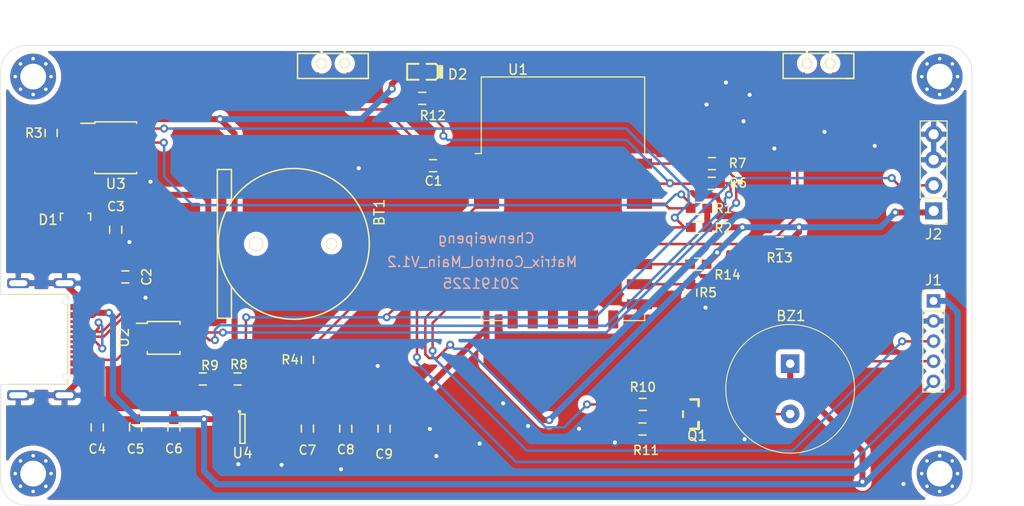
<source format=kicad_pcb>
(kicad_pcb (version 20171130) (host pcbnew "(5.1.4)-1")
  (layers (0 F.Cu signal) (31 B.Cu signal) (34 B.Paste user) (35 F.Paste user) (36 B.SilkS user) (37 F.SilkS user) (38 B.Mask user) (39 F.Mask user) (44 Edge.Cuts user))
  (net 0 "")
  (net 1 GND)
  (net 2 "Net-(BT1-Pad1)")
  (net 3 "Net-(C1-Pad1)")
  (net 4 "Net-(C2-Pad1)")
  (net 5 "Net-(C3-Pad2)")
  (net 6 +5V)
  (net 7 +3V3)
  (net 8 /DIN)
  (net 9 /CS)
  (net 10 /CLK)
  (net 11 /T_DAT)
  (net 12 "Net-(P1-PadA6)")
  (net 13 "Net-(P1-PadA5)")
  (net 14 "Net-(P1-PadB5)")
  (net 15 "Net-(P1-PadA7)")
  (net 16 /SDA)
  (net 17 "Net-(R4-Pad2)")
  (net 18 /TXD)
  (net 19 "Net-(R6-Pad1)")
  (net 20 "Net-(R7-Pad1)")
  (net 21 /RXD)
  (net 22 "Net-(R9-Pad2)")
  (net 23 "Net-(U1-Pad2)")
  (net 24 "Net-(U1-Pad9)")
  (net 25 "Net-(U1-Pad10)")
  (net 26 "Net-(U1-Pad11)")
  (net 27 "Net-(U1-Pad12)")
  (net 28 "Net-(U1-Pad13)")
  (net 29 "Net-(U1-Pad14)")
  (net 30 "Net-(U2-Pad4)")
  (net 31 "Net-(U2-Pad5)")
  (net 32 "Net-(U2-Pad6)")
  (net 33 "Net-(U3-Pad1)")
  (net 34 "Net-(U3-Pad3)")
  (net 35 "Net-(U3-Pad4)")
  (net 36 /SCL)
  (net 37 "Net-(U4-Pad4)")
  (net 38 "Net-(BZ1-Pad2)")
  (net 39 "Net-(D2-PadK)")
  (net 40 "Net-(Q1-Pad1)")
  (net 41 /BEEP_IN)
  (net 42 "Net-(R13-Pad2)")
  (net 43 "Net-(R14-Pad2)")
  (module matrix_control_main:SOP-8 (layer F.Cu) (at 92.71 88.9)
    (fp_text reference U3 (at 0 3.6) (layer F.SilkS))
    (fp_text value DS3231)
    (pad 1 smd rect (at -2.7 -1.905) (size 1.55 0.6) (layers F.Cu F.Paste F.Mask) (net 33 "Net-(U3-Pad1)"))
    (pad 2 smd rect (at -2.7 -0.635) (size 1.55 0.6) (layers F.Cu F.Paste F.Mask) (net 7 +3V3))
    (pad 3 smd rect (at -2.7 0.635) (size 1.55 0.6) (layers F.Cu F.Paste F.Mask) (net 34 "Net-(U3-Pad3)"))
    (pad 4 smd rect (at -2.7 1.905) (size 1.55 0.6) (layers F.Cu F.Paste F.Mask) (net 35 "Net-(U3-Pad4)"))
    (pad 5 smd rect (at 2.7 1.905) (size 1.55 0.6) (layers F.Cu F.Paste F.Mask) (net 1 GND))
    (pad 6 smd rect (at 2.7 0.635) (size 1.55 0.6) (layers F.Cu F.Paste F.Mask) (net 5 "Net-(C3-Pad2)"))
    (pad 7 smd rect (at 2.7 -0.635) (size 1.55 0.6) (layers F.Cu F.Paste F.Mask) (net 16 /SDA))
    (pad 8 smd rect (at 2.7 -1.905) (size 1.55 0.6) (layers F.Cu F.Paste F.Mask) (net 36 /SCL))
  )
  (module NewLibCool:CON1 (layer F.Cu) (at 87.04832 103.25814 90)
    (fp_text reference P666 hide)
    (fp_text value CON_1 hide)
    (pad 1 thru_hole circle (at -0.93 0.65 90) (size 0.62 0.62) (drill 0.6) (layers *.Cu *.Mask F.SilkS))
  )
  (module NewLibCool:CON1 (layer F.Cu) (at 87.04832 110.76814 90)
    (fp_text reference P666 hide)
    (fp_text value CON_1 hide)
    (pad 1 thru_hole circle (at -0.93 0.65 90) (size 0.62 0.62) (drill 0.6) (layers *.Cu *.Mask F.SilkS))
  )
  (module NewLibCool:O_2.5mm (layer F.Cu) (at 84.5 121.32)
    (fp_text reference REF** hide)
    (fp_text value O_2.5mm)
    (pad 1 thru_hole circle (at -1.26 -1.26) (size 0.6 0.6) (drill 0.35) (layers *.Cu *.Mask))
    (pad 1 thru_hole circle (at 0 -1.78) (size 0.6 0.6) (drill 0.35) (layers *.Cu *.Mask))
    (pad 1 thru_hole circle (at -1.26 1.26) (size 0.6 0.6) (drill 0.35) (layers *.Cu *.Mask))
    (pad 1 thru_hole circle (at -1.78 0) (size 0.6 0.6) (drill 0.35) (layers *.Cu *.Mask))
    (pad 1 thru_hole circle (at 0 1.78) (size 0.6 0.6) (drill 0.35) (layers *.Cu *.Mask))
    (pad 1 thru_hole circle (at 1.26 1.26) (size 0.6 0.6) (drill 0.35) (layers *.Cu *.Mask))
    (pad 1 thru_hole circle (at 0 0) (size 4.56 4.56) (drill 2.56) (layers *.Cu *.Mask))
    (pad 1 thru_hole circle (at 1.78 0) (size 0.6 0.6) (drill 0.35) (layers *.Cu *.Mask))
    (pad 1 thru_hole circle (at 1.26 -1.26) (size 0.6 0.6) (drill 0.35) (layers *.Cu *.Mask))
  )
  (module NewLibCool:O_2.5mm (layer F.Cu) (at 174.6 121.32)
    (fp_text reference REF** hide)
    (fp_text value O_2.5mm)
    (pad 1 thru_hole circle (at -1.26 -1.26) (size 0.6 0.6) (drill 0.35) (layers *.Cu *.Mask))
    (pad 1 thru_hole circle (at 0 -1.78) (size 0.6 0.6) (drill 0.35) (layers *.Cu *.Mask))
    (pad 1 thru_hole circle (at -1.26 1.26) (size 0.6 0.6) (drill 0.35) (layers *.Cu *.Mask))
    (pad 1 thru_hole circle (at -1.78 0) (size 0.6 0.6) (drill 0.35) (layers *.Cu *.Mask))
    (pad 1 thru_hole circle (at 0 1.78) (size 0.6 0.6) (drill 0.35) (layers *.Cu *.Mask))
    (pad 1 thru_hole circle (at 1.26 1.26) (size 0.6 0.6) (drill 0.35) (layers *.Cu *.Mask))
    (pad 1 thru_hole circle (at 0 0) (size 4.56 4.56) (drill 2.56) (layers *.Cu *.Mask))
    (pad 1 thru_hole circle (at 1.78 0) (size 0.6 0.6) (drill 0.35) (layers *.Cu *.Mask))
    (pad 1 thru_hole circle (at 1.26 -1.26) (size 0.6 0.6) (drill 0.35) (layers *.Cu *.Mask))
  )
  (module NewLibCool:O_2.5mm (layer F.Cu) (at 174.6 81.82)
    (fp_text reference REF** hide)
    (fp_text value O_2.5mm)
    (pad 1 thru_hole circle (at -1.26 -1.26) (size 0.6 0.6) (drill 0.35) (layers *.Cu *.Mask))
    (pad 1 thru_hole circle (at 0 -1.78) (size 0.6 0.6) (drill 0.35) (layers *.Cu *.Mask))
    (pad 1 thru_hole circle (at -1.26 1.26) (size 0.6 0.6) (drill 0.35) (layers *.Cu *.Mask))
    (pad 1 thru_hole circle (at -1.78 0) (size 0.6 0.6) (drill 0.35) (layers *.Cu *.Mask))
    (pad 1 thru_hole circle (at 0 1.78) (size 0.6 0.6) (drill 0.35) (layers *.Cu *.Mask))
    (pad 1 thru_hole circle (at 1.26 1.26) (size 0.6 0.6) (drill 0.35) (layers *.Cu *.Mask))
    (pad 1 thru_hole circle (at 0 0) (size 4.56 4.56) (drill 2.56) (layers *.Cu *.Mask))
    (pad 1 thru_hole circle (at 1.78 0) (size 0.6 0.6) (drill 0.35) (layers *.Cu *.Mask))
    (pad 1 thru_hole circle (at 1.26 -1.26) (size 0.6 0.6) (drill 0.35) (layers *.Cu *.Mask))
  )
  (module NewLibCool:O_2.5mm (layer F.Cu) (at 84.5 81.82)
    (fp_text reference REF** hide)
    (fp_text value O_2.5mm)
    (pad 1 thru_hole circle (at 1.26 -1.26) (size 0.6 0.6) (drill 0.35) (layers *.Cu *.Mask))
    (pad 1 thru_hole circle (at 1.78 0) (size 0.6 0.6) (drill 0.35) (layers *.Cu *.Mask))
    (pad 1 thru_hole circle (at 0 0) (size 4.56 4.56) (drill 2.56) (layers *.Cu *.Mask))
    (pad 1 thru_hole circle (at 1.26 1.26) (size 0.6 0.6) (drill 0.35) (layers *.Cu *.Mask))
    (pad 1 thru_hole circle (at 0 1.78) (size 0.6 0.6) (drill 0.35) (layers *.Cu *.Mask))
    (pad 1 thru_hole circle (at -1.78 0) (size 0.6 0.6) (drill 0.35) (layers *.Cu *.Mask))
    (pad 1 thru_hole circle (at -1.26 1.26) (size 0.6 0.6) (drill 0.35) (layers *.Cu *.Mask))
    (pad 1 thru_hole circle (at 0 -1.78) (size 0.6 0.6) (drill 0.35) (layers *.Cu *.Mask))
    (pad 1 thru_hole circle (at -1.26 -1.26) (size 0.6 0.6) (drill 0.35) (layers *.Cu *.Mask))
  )
  (module matrix_control_main:CR1220-SMD (layer F.Cu) (at 110.40872 98.4631 180)
    (fp_text reference BT1 (at -8.5 3.13 90) (layer F.SilkS))
    (fp_text value BATTERY)
    (pad 2 smd rect (at -8.5 0 180) (size 3.6 2) (layers F.Cu F.Paste F.Mask) (net 1 GND))
    (pad 1 smd rect (at 8.5 0 180) (size 3.6 2) (layers F.Cu F.Paste F.Mask) (net 2 "Net-(BT1-Pad1)"))
    (pad 0 thru_hole circle (at -3.75 0 180) (size 1.1 1.1) (drill 1) (layers *.Cu *.Mask F.SilkS))
    (pad 0 thru_hole circle (at 3.75 0 180) (size 1.4 1.4) (drill 1.3) (layers *.Cu *.Mask F.SilkS))
  )
  (module matrix_control_main:SOT-23 (layer F.Cu) (at 88.71204 96.07296)
    (fp_text reference D1 (at -2.73 -0.01) (layer F.SilkS))
    (fp_text value BAT54C)
    (pad 1 smd rect (at -0.95 1.00076) (size 0.8001 0.8001) (layers F.Cu F.Paste F.Mask) (net 7 +3V3))
    (pad 2 smd rect (at 0.95 1.00076) (size 0.8001 0.8001) (layers F.Cu F.Paste F.Mask) (net 2 "Net-(BT1-Pad1)"))
    (pad 3 smd rect (at 0 -0.99822) (size 0.8001 0.8001) (layers F.Cu F.Paste F.Mask) (net 5 "Net-(C3-Pad2)"))
  )
  (module Connector_PinHeader_2.00mm:PinHeader_1x05_P2.00mm_Vertical (layer F.Cu) (at 173.99 104.14)
    (fp_text reference J1 (at 0 -2.06) (layer F.SilkS))
    (fp_text value Conn_01x05_Male)
    (pad 1 thru_hole rect (at 0 0) (size 1.35 1.35) (drill 0.8) (layers *.Cu *.Mask) (net 6 +5V))
    (pad 2 thru_hole oval (at 0 2) (size 1.35 1.35) (drill 0.8) (layers *.Cu *.Mask) (net 1 GND))
    (pad 3 thru_hole oval (at 0 4) (size 1.35 1.35) (drill 0.8) (layers *.Cu *.Mask) (net 8 /DIN))
    (pad 4 thru_hole oval (at 0 6) (size 1.35 1.35) (drill 0.8) (layers *.Cu *.Mask) (net 9 /CS))
    (pad 5 thru_hole oval (at 0 8) (size 1.35 1.35) (drill 0.8) (layers *.Cu *.Mask) (net 10 /CLK))
  )
  (module matrix_control_main:USB-Type-C (layer F.Cu) (at 83.82 107.95 270)
    (fp_text reference P1 hide)
    (fp_text value Connector_USB_C_Plug_USB2.0 hide)
    (pad A6 smd rect (at -0.25 -5.08 270) (size 0.3 1.4) (layers F.Cu F.Paste F.Mask) (net 12 "Net-(P1-PadA6)"))
    (pad A4 smd rect (at -2.4 -5.08 270) (size 0.6 1.4) (layers F.Cu F.Paste F.Mask) (net 6 +5V))
    (pad A5 smd rect (at -1.75 -5.08 270) (size 0.3 1.4) (layers F.Cu F.Paste F.Mask) (net 13 "Net-(P1-PadA5)"))
    (pad B5 smd rect (at 1.25 -5.08 270) (size 0.3 1.4) (layers F.Cu F.Paste F.Mask) (net 14 "Net-(P1-PadB5)"))
    (pad S1 thru_hole roundrect (at -5.575 0.8 270) (size 1 2.2) (drill oval 0.6 1.8) (layers *.Cu *.Mask) (net 1 GND))
    (pad A7 smd rect (at -0.75 -5.08 270) (size 0.3 1.4) (layers F.Cu F.Paste F.Mask) (net 15 "Net-(P1-PadA7)"))
    (pad S1 thru_hole roundrect (at 5.575 -3.8 270) (size 1 2.2) (drill oval 0.6 1.8) (layers *.Cu *.Mask) (net 1 GND))
    (pad A1 smd rect (at -3.2 -5.08 270) (size 0.6 1.4) (layers F.Cu F.Paste F.Mask) (net 1 GND))
    (pad S1 thru_hole roundrect (at 5.575 0.8 270) (size 1 2.2) (drill oval 0.6 1.8) (layers *.Cu *.Mask) (net 1 GND))
    (pad A4 smd rect (at 2.4 -5.08 270) (size 0.6 1.4) (layers F.Cu F.Paste F.Mask) (net 6 +5V))
    (pad A6 smd rect (at 0.75 -5.08 270) (size 0.3 1.4) (layers F.Cu F.Paste F.Mask) (net 12 "Net-(P1-PadA6)"))
    (pad A5 smd rect (at -1.25 -5.08 270) (size 0.3 1.4) (layers F.Cu F.Paste F.Mask) (net 13 "Net-(P1-PadA5)"))
    (pad S1 thru_hole roundrect (at -5.575 -3.8 270) (size 1 2.2) (drill oval 0.6 1.8) (layers *.Cu *.Mask) (net 1 GND))
    (pad S1 smd rect (at 3.2 -5.08 270) (size 0.6 1.4) (layers F.Cu F.Paste F.Mask) (net 1 GND))
    (pad A7 smd rect (at 0.25 -5.08 270) (size 0.3 1.4) (layers F.Cu F.Paste F.Mask) (net 15 "Net-(P1-PadA7)"))
    (pad B5 smd rect (at 1.75 -5.08 270) (size 0.3 1.4) (layers F.Cu F.Paste F.Mask) (net 14 "Net-(P1-PadB5)"))
  )
  (module matrix_control_main:0603_R (layer F.Cu) (at 150.67534 94.92742 180)
    (fp_text reference R1 (at -2.45576 -0.00762 180) (layer F.SilkS) (effects (font (size 0.9 0.9))))
    (fp_text value 10K hide)
    (pad 2 smd rect (at 0.82 0 180) (size 0.965 0.92) (layers F.Cu F.Paste F.Mask) (net 16 /SDA))
    (pad 1 smd rect (at -0.82 0 180) (size 0.965 0.92) (layers F.Cu F.Paste F.Mask) (net 7 +3V3))
  )
  (module matrix_control_main:0603_R (layer F.Cu) (at 150.68338 96.82226 180)
    (fp_text reference R2 (at -2.41046 -0.06858 180) (layer F.SilkS) (effects (font (size 0.9 0.9))))
    (fp_text value 10K hide)
    (pad 1 smd rect (at -0.82 0 180) (size 0.965 0.92) (layers F.Cu F.Paste F.Mask) (net 7 +3V3))
    (pad 2 smd rect (at 0.82 0 180) (size 0.965 0.92) (layers F.Cu F.Paste F.Mask) (net 36 /SCL))
  )
  (module matrix_control_main:0603_R (layer F.Cu) (at 86.28888 87.4323 90)
    (fp_text reference R3 (at 0 -1.72) (layer F.SilkS) (effects (font (size 0.9 0.9))))
    (fp_text value 10K hide)
    (pad 2 smd rect (at 0.82 0 90) (size 0.965 0.92) (layers F.Cu F.Paste F.Mask) (net 3 "Net-(C1-Pad1)"))
    (pad 1 smd rect (at -0.82 0 90) (size 0.965 0.92) (layers F.Cu F.Paste F.Mask) (net 7 +3V3))
  )
  (module matrix_control_main:0603_R (layer F.Cu) (at 111.76 110 90)
    (fp_text reference R4 (at 0 -1.72) (layer F.SilkS) (effects (font (size 0.9 0.9))))
    (fp_text value 10K hide)
    (pad 1 smd rect (at -0.82 0 90) (size 0.965 0.92) (layers F.Cu F.Paste F.Mask) (net 7 +3V3))
    (pad 2 smd rect (at 0.82 0 90) (size 0.965 0.92) (layers F.Cu F.Paste F.Mask) (net 17 "Net-(R4-Pad2)"))
  )
  (module matrix_control_main:0603_R (layer F.Cu) (at 149.86 103.32 270)
    (fp_text reference R5 (at 0 -1.72) (layer F.SilkS) (effects (font (size 0.9 0.9))))
    (fp_text value 10K hide)
    (pad 2 smd rect (at 0.82 0 270) (size 0.965 0.92) (layers F.Cu F.Paste F.Mask) (net 1 GND))
    (pad 1 smd rect (at -0.82 0 270) (size 0.965 0.92) (layers F.Cu F.Paste F.Mask) (net 9 /CS))
  )
  (module matrix_control_main:0603_R (layer F.Cu) (at 151.94534 92.4433 180)
    (fp_text reference R6 (at -2.63186 0.03556 180) (layer F.SilkS) (effects (font (size 0.9 0.9))))
    (fp_text value 100R)
    (pad 2 smd rect (at 0.82 0 180) (size 0.965 0.92) (layers F.Cu F.Paste F.Mask) (net 18 /TXD))
    (pad 1 smd rect (at -0.82 0 180) (size 0.965 0.92) (layers F.Cu F.Paste F.Mask) (net 19 "Net-(R6-Pad1)"))
  )
  (module matrix_control_main:0603_R (layer F.Cu) (at 151.97074 90.47988 180)
    (fp_text reference R7 (at -2.54508 0.03556 180) (layer F.SilkS) (effects (font (size 0.9 0.9))))
    (fp_text value 100R)
    (pad 1 smd rect (at -0.82 0 180) (size 0.965 0.92) (layers F.Cu F.Paste F.Mask) (net 20 "Net-(R7-Pad1)"))
    (pad 2 smd rect (at 0.82 0 180) (size 0.965 0.92) (layers F.Cu F.Paste F.Mask) (net 21 /RXD))
  )
  (module matrix_control_main:0603_R (layer F.Cu) (at 104.82834 111.90732)
    (fp_text reference R8 (at 0.12192 -1.4478 -180) (layer F.SilkS) (effects (font (size 0.9 0.9))))
    (fp_text value 4.7k hide)
    (pad 1 smd rect (at -0.82 0) (size 0.965 0.92) (layers F.Cu F.Paste F.Mask) (net 7 +3V3))
    (pad 2 smd rect (at 0.82 0) (size 0.965 0.92) (layers F.Cu F.Paste F.Mask) (net 11 /T_DAT))
  )
  (module matrix_control_main:0603_R (layer F.Cu) (at 101.36378 111.90732)
    (fp_text reference R9 (at 0.70358 -1.34366 -180) (layer F.SilkS) (effects (font (size 0.9 0.9))))
    (fp_text value 10K hide)
    (pad 1 smd rect (at -0.82 0) (size 0.965 0.92) (layers F.Cu F.Paste F.Mask) (net 6 +5V))
    (pad 2 smd rect (at 0.82 0) (size 0.965 0.92) (layers F.Cu F.Paste F.Mask) (net 22 "Net-(R9-Pad2)"))
  )
  (module matrix_control_main:SWITCH_PUSH (layer F.Cu) (at 114.3 81.28 180)
    (fp_text reference SW1 hide)
    (fp_text value RST hide)
    (pad 1 smd rect (at -2.11272 -0.8318 180) (size 1.5 1.4) (layers F.Cu F.Paste F.Mask) (net 1 GND))
    (pad 2 smd rect (at 2.11272 -0.8318 180) (size 1.5 1.4) (layers F.Cu F.Paste F.Mask) (net 3 "Net-(C1-Pad1)"))
    (pad 1 smd rect (at -3.5814 0.8318 180) (size 2 1) (layers F.Cu F.Paste F.Mask) (net 1 GND))
    (pad 1 smd rect (at 3.5814 0.8318 180) (size 2 1) (layers F.Cu F.Paste F.Mask) (net 1 GND))
    (pad 0 thru_hole circle (at -1.16271 0.7682 180) (size 1 1) (drill 0.8) (layers *.Cu *.Mask F.Paste F.SilkS))
    (pad 0 thru_hole circle (at 1.13731 0.7682 180) (size 1 1) (drill 0.8) (layers *.Cu *.Mask F.SilkS))
  )
  (module matrix_control_main:SWITCH_PUSH (layer F.Cu) (at 162.56 81.28 180)
    (fp_text reference SW2 hide)
    (fp_text value Dowload hide)
    (pad 0 thru_hole circle (at 1.13731 0.7682 180) (size 1 1) (drill 0.8) (layers *.Cu *.Mask F.SilkS))
    (pad 0 thru_hole circle (at -1.16271 0.7682 180) (size 1 1) (drill 0.8) (layers *.Cu *.Mask F.Paste F.SilkS))
    (pad 1 smd rect (at 3.5814 0.8318 180) (size 2 1) (layers F.Cu F.Paste F.Mask) (net 1 GND))
    (pad 1 smd rect (at -3.5814 0.8318 180) (size 2 1) (layers F.Cu F.Paste F.Mask) (net 1 GND))
    (pad 2 smd rect (at 2.11272 -0.8318 180) (size 1.5 1.4) (layers F.Cu F.Paste F.Mask) (net 42 "Net-(R13-Pad2)"))
    (pad 1 smd rect (at -2.11272 -0.8318 180) (size 1.5 1.4) (layers F.Cu F.Paste F.Mask) (net 1 GND))
  )
  (module matrix_control_main:ESP-12E (layer F.Cu) (at 137.16 93.98)
    (fp_text reference U1 (at -4.47294 -12.85494) (layer F.SilkS))
    (fp_text value ESP-12)
    (pad 1 smd rect (at -7.6 -3.5) (size 2.5 1) (layers F.Cu F.Paste F.Mask) (net 3 "Net-(C1-Pad1)"))
    (pad 2 smd rect (at -7.6 -1.5) (size 2.5 1) (layers F.Cu F.Paste F.Mask) (net 23 "Net-(U1-Pad2)"))
    (pad 3 smd rect (at -7.6 0.5) (size 2.5 1) (layers F.Cu F.Paste F.Mask) (net 17 "Net-(R4-Pad2)"))
    (pad 4 smd rect (at -7.6 2.5) (size 2.5 1) (layers F.Cu F.Paste F.Mask) (net 11 /T_DAT))
    (pad 5 smd rect (at -7.6 4.5) (size 2.5 1) (layers F.Cu F.Paste F.Mask) (net 10 /CLK))
    (pad 6 smd rect (at -7.6 6.5) (size 2.5 1) (layers F.Cu F.Paste F.Mask) (net 41 /BEEP_IN))
    (pad 7 smd rect (at -7.6 8.5) (size 2.5 1) (layers F.Cu F.Paste F.Mask) (net 8 /DIN))
    (pad 8 smd rect (at -7.6 10.5) (size 2.5 1) (layers F.Cu F.Paste F.Mask) (net 7 +3V3))
    (pad 9 smd rect (at -5 12) (size 1 1.8) (layers F.Cu F.Paste F.Mask) (net 24 "Net-(U1-Pad9)"))
    (pad 10 smd rect (at -3 12) (size 1 1.8) (layers F.Cu F.Paste F.Mask) (net 25 "Net-(U1-Pad10)"))
    (pad 11 smd rect (at -1 12) (size 1 1.8) (layers F.Cu F.Paste F.Mask) (net 26 "Net-(U1-Pad11)"))
    (pad 12 smd rect (at 1 12) (size 1 1.8) (layers F.Cu F.Paste F.Mask) (net 27 "Net-(U1-Pad12)"))
    (pad 13 smd rect (at 3 12) (size 1 1.8) (layers F.Cu F.Paste F.Mask) (net 28 "Net-(U1-Pad13)"))
    (pad 14 smd rect (at 5 12) (size 1 1.8) (layers F.Cu F.Paste F.Mask) (net 29 "Net-(U1-Pad14)"))
    (pad 15 smd rect (at 7.6 10.5) (size 2.5 1) (layers F.Cu F.Paste F.Mask) (net 1 GND))
    (pad 16 smd rect (at 7.6 8.5) (size 2.5 1) (layers F.Cu F.Paste F.Mask) (net 9 /CS))
    (pad 17 smd rect (at 7.6 6.5) (size 2.5 1) (layers F.Cu F.Paste F.Mask) (net 43 "Net-(R14-Pad2)"))
    (pad 18 smd rect (at 7.6 4.5) (size 2.5 1) (layers F.Cu F.Paste F.Mask) (net 42 "Net-(R13-Pad2)"))
    (pad 19 smd rect (at 7.6 2.5) (size 2.5 1) (layers F.Cu F.Paste F.Mask) (net 36 /SCL))
    (pad 20 smd rect (at 7.6 0.5) (size 2.5 1) (layers F.Cu F.Paste F.Mask) (net 16 /SDA))
    (pad 21 smd rect (at 7.6 -1.5) (size 2.5 1) (layers F.Cu F.Paste F.Mask) (net 18 /TXD))
    (pad 22 smd rect (at 7.6 -3.5) (size 2.5 1) (layers F.Cu F.Paste F.Mask) (net 21 /RXD))
  )
  (module matrix_control_main:0603_C (layer F.Cu) (at 124.2441 90.68816 180)
    (fp_text reference C1 (at -0.04572 -1.52146 180) (layer F.SilkS) (effects (font (size 0.9 0.9))))
    (fp_text value 0.1uf hide)
    (pad 2 smd rect (at 0.82 0 180) (size 0.965 0.92) (layers F.Cu F.Paste F.Mask) (net 1 GND))
    (pad 1 smd rect (at -0.82 0 180) (size 0.965 0.92) (layers F.Cu F.Paste F.Mask) (net 3 "Net-(C1-Pad1)"))
  )
  (module matrix_control_main:0603_C (layer F.Cu) (at 93.66462 101.75494 180)
    (fp_text reference C2 (at -2.11 0 90) (layer F.SilkS) (effects (font (size 0.9 0.9))))
    (fp_text value 01.uF hide)
    (pad 1 smd rect (at -0.82 0 180) (size 0.965 0.92) (layers F.Cu F.Paste F.Mask) (net 4 "Net-(C2-Pad1)"))
    (pad 2 smd rect (at 0.82 0 180) (size 0.965 0.92) (layers F.Cu F.Paste F.Mask) (net 1 GND))
  )
  (module matrix_control_main:0603_C (layer F.Cu) (at 92.70492 97.06398 90)
    (fp_text reference C3 (at 2.31394 0.02286) (layer F.SilkS) (effects (font (size 0.9 0.9))))
    (fp_text value 0.1uF hide)
    (pad 1 smd rect (at -0.82 0 90) (size 0.965 0.92) (layers F.Cu F.Paste F.Mask) (net 1 GND))
    (pad 2 smd rect (at 0.82 0 90) (size 0.965 0.92) (layers F.Cu F.Paste F.Mask) (net 5 "Net-(C3-Pad2)"))
  )
  (module matrix_control_main:0603_C (layer F.Cu) (at 90.87 116.73 270)
    (fp_text reference C4 (at 2.14 0) (layer F.SilkS) (effects (font (size 0.9 0.9))))
    (fp_text value 10UF hide)
    (pad 1 smd rect (at -0.82 0 270) (size 0.965 0.92) (layers F.Cu F.Paste F.Mask) (net 6 +5V))
    (pad 2 smd rect (at 0.82 0 270) (size 0.965 0.92) (layers F.Cu F.Paste F.Mask) (net 1 GND))
  )
  (module matrix_control_main:0603_C (layer F.Cu) (at 94.68 116.73 270)
    (fp_text reference C5 (at 2.14 0) (layer F.SilkS) (effects (font (size 0.9 0.9))))
    (fp_text value 100NF hide)
    (pad 1 smd rect (at -0.82 0 270) (size 0.965 0.92) (layers F.Cu F.Paste F.Mask) (net 6 +5V))
    (pad 2 smd rect (at 0.82 0 270) (size 0.965 0.92) (layers F.Cu F.Paste F.Mask) (net 1 GND))
  )
  (module matrix_control_main:0603_C (layer F.Cu) (at 98.49 116.73 90)
    (fp_text reference C6 (at -2.11 0) (layer F.SilkS) (effects (font (size 0.9 0.9))))
    (fp_text value 220PF hide)
    (pad 2 smd rect (at 0.82 0 90) (size 0.965 0.92) (layers F.Cu F.Paste F.Mask) (net 6 +5V))
    (pad 1 smd rect (at -0.82 0 90) (size 0.965 0.92) (layers F.Cu F.Paste F.Mask) (net 1 GND))
  )
  (module matrix_control_main:0603_C (layer F.Cu) (at 111.76 116.84 270)
    (fp_text reference C7 (at 2.14 0) (layer F.SilkS) (effects (font (size 0.9 0.9))))
    (fp_text value 10uf hide)
    (pad 2 smd rect (at 0.82 0 270) (size 0.965 0.92) (layers F.Cu F.Paste F.Mask) (net 1 GND))
    (pad 1 smd rect (at -0.82 0 270) (size 0.965 0.92) (layers F.Cu F.Paste F.Mask) (net 7 +3V3))
  )
  (module matrix_control_main:0603_C (layer F.Cu) (at 115.57 116.84 270)
    (fp_text reference C8 (at 2.09 0) (layer F.SilkS) (effects (font (size 0.9 0.9))))
    (fp_text value 10uf hide)
    (pad 1 smd rect (at -0.82 0 270) (size 0.965 0.92) (layers F.Cu F.Paste F.Mask) (net 7 +3V3))
    (pad 2 smd rect (at 0.82 0 270) (size 0.965 0.92) (layers F.Cu F.Paste F.Mask) (net 1 GND))
  )
  (module matrix_control_main:0603_C (layer F.Cu) (at 119.38 116.84 270)
    (fp_text reference C9 (at 2.54 0) (layer F.SilkS) (effects (font (size 0.9 0.9))))
    (fp_text value 10uf hide)
    (pad 2 smd rect (at 0.82 0 270) (size 0.965 0.92) (layers F.Cu F.Paste F.Mask) (net 1 GND))
    (pad 1 smd rect (at -0.82 0 270) (size 0.965 0.92) (layers F.Cu F.Paste F.Mask) (net 7 +3V3))
  )
  (module digikey-footprints:Piezo_Transducer_THT_PS1240P02BT (layer F.Cu) (at 159.74314 110.38586)
    (fp_text reference BZ1 (at 0.075 -4.75) (layer F.SilkS))
    (fp_text value PS1240P02BT)
    (pad 1 thru_hole rect (at 0 0) (size 1.85 1.85) (drill 0.85) (layers *.Cu *.Mask) (net 6 +5V))
    (pad 2 thru_hole circle (at 0 5) (size 1.85 1.85) (drill 0.85) (layers *.Cu *.Mask) (net 38 "Net-(BZ1-Pad2)"))
  )
  (module lc_lib:0603_LED_S1 (layer F.Cu) (at 123.20524 81.3435 180)
    (fp_text reference D2 (at -3.48234 -0.26416) (layer F.SilkS))
    (fp_text value 0603_绿灯)
    (pad A smd rect (at 0.77 0) (size 0.93 0.98) (layers F.Cu F.Paste F.Mask) (net 7 +3V3))
    (pad K smd rect (at -0.77 0) (size 0.93 0.98) (layers F.Cu F.Paste F.Mask) (net 39 "Net-(D2-PadK)"))
  )
  (module "lc_lib:SOT-23(SOT-23-3)" (layer F.Cu) (at 149.99208 115.4049 180)
    (fp_text reference Q1 (at -0.500219 -2.136276) (layer F.SilkS))
    (fp_text value SOT-23_SS8050_Y1)
    (pad 1 smd rect (at 1.25 0.95 90) (size 0.7 1.25) (layers F.Cu F.Paste F.Mask) (net 40 "Net-(Q1-Pad1)"))
    (pad 2 smd rect (at 1.25 -0.95 90) (size 0.7 1.25) (layers F.Cu F.Paste F.Mask) (net 1 GND))
    (pad 3 smd rect (at -1.25 0 90) (size 0.7 1.25) (layers F.Cu F.Paste F.Mask) (net 38 "Net-(BZ1-Pad2)"))
  )
  (module matrix_control_main:0603_R (layer F.Cu) (at 145.09538 114.4397)
    (fp_text reference R10 (at 0 -1.72 -180) (layer F.SilkS) (effects (font (size 0.9 0.9))))
    (fp_text value 10K hide)
    (pad 1 smd rect (at -0.82 0) (size 0.965 0.92) (layers F.Cu F.Paste F.Mask) (net 41 /BEEP_IN))
    (pad 2 smd rect (at 0.82 0) (size 0.965 0.92) (layers F.Cu F.Paste F.Mask) (net 40 "Net-(Q1-Pad1)"))
  )
  (module matrix_control_main:0603_R (layer F.Cu) (at 145.05136 116.88572 180)
    (fp_text reference R11 (at -0.36618 -2.11582 180) (layer F.SilkS) (effects (font (size 0.9 0.9))))
    (fp_text value 10K hide)
    (pad 2 smd rect (at 0.82 0 180) (size 0.965 0.92) (layers F.Cu F.Paste F.Mask) (net 1 GND))
    (pad 1 smd rect (at -0.82 0 180) (size 0.965 0.92) (layers F.Cu F.Paste F.Mask) (net 40 "Net-(Q1-Pad1)"))
  )
  (module matrix_control_main:0603_R (layer F.Cu) (at 123.1646 83.98764 180)
    (fp_text reference R12 (at -1.05918 -1.70942 180) (layer F.SilkS) (effects (font (size 0.9 0.9))))
    (fp_text value 1K hide)
    (pad 1 smd rect (at -0.82 0 180) (size 0.965 0.92) (layers F.Cu F.Paste F.Mask) (net 39 "Net-(D2-PadK)"))
    (pad 2 smd rect (at 0.82 0 180) (size 0.965 0.92) (layers F.Cu F.Paste F.Mask) (net 18 /TXD))
  )
  (module matrix_control_main:0603_R (layer F.Cu) (at 158.71444 98.37674 180)
    (fp_text reference R13 (at 0.02286 -1.46812 180) (layer F.SilkS) (effects (font (size 0.9 0.9))))
    (fp_text value 10K hide)
    (pad 2 smd rect (at 0.82 0 180) (size 0.965 0.92) (layers F.Cu F.Paste F.Mask) (net 42 "Net-(R13-Pad2)"))
    (pad 1 smd rect (at -0.82 0 180) (size 0.965 0.92) (layers F.Cu F.Paste F.Mask) (net 7 +3V3))
  )
  (module matrix_control_main:0603_R (layer F.Cu) (at 150.61438 100.48748 180)
    (fp_text reference R14 (at -2.89306 -1.06426 180) (layer F.SilkS) (effects (font (size 0.9 0.9))))
    (fp_text value 10K hide)
    (pad 1 smd rect (at -0.82 0 180) (size 0.965 0.92) (layers F.Cu F.Paste F.Mask) (net 7 +3V3))
    (pad 2 smd rect (at 0.82 0 180) (size 0.965 0.92) (layers F.Cu F.Paste F.Mask) (net 43 "Net-(R14-Pad2)"))
  )
  (module Connector_PinHeader_2.54mm:PinHeader_1x04_P2.54mm_Vertical (layer F.Cu) (at 174.0027 95.18142 180)
    (fp_text reference J2 (at 0 -2.33) (layer F.SilkS))
    (fp_text value Conn_01x04_Male)
    (pad 1 thru_hole rect (at 0 0 180) (size 1.7 1.7) (drill 1) (layers *.Cu *.Mask) (net 7 +3V3))
    (pad 2 thru_hole oval (at 0 2.54 180) (size 1.7 1.7) (drill 1) (layers *.Cu *.Mask) (net 11 /T_DAT))
    (pad 3 thru_hole oval (at 0 5.08 180) (size 1.7 1.7) (drill 1) (layers *.Cu *.Mask) (net 1 GND))
    (pad 4 thru_hole oval (at 0 7.62 180) (size 1.7 1.7) (drill 1) (layers *.Cu *.Mask) (net 1 GND))
  )
  (module matrix_control_main:TSSOP-10_3x3mm_P0.5mm (layer F.Cu) (at 97.46742 107.81792)
    (fp_text reference U2 (at -3.96494 -0.02794 90) (layer F.SilkS))
    (fp_text value CH340E hide)
    (pad 1 smd rect (at -2.55 -1) (size 1.1 0.25) (layers F.Cu F.Paste F.Mask) (net 12 "Net-(P1-PadA6)"))
    (pad 2 smd rect (at -2.55 -0.5) (size 1.1 0.25) (layers F.Cu F.Paste F.Mask) (net 15 "Net-(P1-PadA7)"))
    (pad 3 smd rect (at -2.55 0) (size 1.1 0.25) (layers F.Cu F.Paste F.Mask) (net 1 GND))
    (pad 4 smd rect (at -2.55 0.5) (size 1.1 0.25) (layers F.Cu F.Paste F.Mask) (net 30 "Net-(U2-Pad4)"))
    (pad 5 smd rect (at -2.55 1) (size 1.1 0.25) (layers F.Cu F.Paste F.Mask) (net 31 "Net-(U2-Pad5)"))
    (pad 6 smd rect (at 2.55 1) (size 1.1 0.25) (layers F.Cu F.Paste F.Mask) (net 32 "Net-(U2-Pad6)"))
    (pad 7 smd rect (at 2.55 0.5) (size 1.1 0.25) (layers F.Cu F.Paste F.Mask) (net 6 +5V))
    (pad 8 smd rect (at 2.55 0) (size 1.1 0.25) (layers F.Cu F.Paste F.Mask) (net 19 "Net-(R6-Pad1)"))
    (pad 9 smd rect (at 2.55 -0.5) (size 1.1 0.25) (layers F.Cu F.Paste F.Mask) (net 20 "Net-(R7-Pad1)"))
    (pad 10 smd rect (at 2.55 -1) (size 1.1 0.25) (layers F.Cu F.Paste F.Mask) (net 4 "Net-(C2-Pad1)"))
  )
  (module matrix_control_main:SOT23-5 (layer F.Cu) (at 105.3084 116.85778)
    (fp_text reference U4 (at 0.01 2.42) (layer F.SilkS))
    (fp_text value XC6228D332VR-G)
    (pad 1 smd rect (at -1.3 -0.95) (size 1.06 0.65) (layers F.Cu F.Paste F.Mask) (net 6 +5V))
    (pad 2 smd rect (at -1.3 0) (size 1.06 0.65) (layers F.Cu F.Paste F.Mask) (net 1 GND))
    (pad 3 smd rect (at -1.3 0.95) (size 1.06 0.65) (layers F.Cu F.Paste F.Mask) (net 22 "Net-(R9-Pad2)"))
    (pad 4 smd rect (at 1.3 0.95) (size 1.06 0.65) (layers F.Cu F.Paste F.Mask) (net 37 "Net-(U4-Pad4)"))
    (pad 5 smd rect (at 1.3 -0.95) (size 1.06 0.65) (layers F.Cu F.Paste F.Mask) (net 7 +3V3))
  )
  (gr_text 20191225 (at 129.00914 102.41788) (layer B.SilkS) (effects (font (size 1 1)) (justify mirror)))
  (gr_text Matrix_Control_Main_V1.2 (at 129.13106 100.26142) (layer B.SilkS) (effects (font (size 1 1)) (justify mirror)))
  (gr_text Chenweipeng (at 129.53746 97.9043) (layer B.SilkS) (effects (font (size 1 1)) (justify mirror)))
  (gr_line (start 81.28 103.5) (end 81.28 81.28) (layer Edge.Cuts) (width 0.05))
  (gr_line (start 87.9 103.5) (end 81.28 103.5) (layer Edge.Cuts) (width 0.05))
  (gr_line (start 87.9 112.45) (end 87.9 103.5) (layer Edge.Cuts) (width 0.05))
  (gr_line (start 81.28 112.45) (end 87.9 112.45) (layer Edge.Cuts) (width 0.05))
  (gr_line (start 81.28 121.92) (end 81.28 112.45) (layer Edge.Cuts) (width 0.05))
  (gr_line (start 83.82 78.74) (end 175.26 78.74) (layer Edge.Cuts) (width 0.05))
  (gr_line (start 83.82 124.46) (end 175.26 124.46) (layer Edge.Cuts) (width 0.05))
  (gr_arc (start 83.82 81.28) (end 83.82 78.74) (angle -90) (layer Edge.Cuts) (width 0.05))
  (gr_arc (start 83.82 121.92) (end 81.28 121.92) (angle -90) (layer Edge.Cuts) (width 0.05))
  (gr_line (start 177.8 81.28) (end 177.8 121.92) (layer Edge.Cuts) (width 0.05))
  (gr_arc (start 175.26 81.28) (end 177.8 81.28) (angle -90) (layer Edge.Cuts) (width 0.05))
  (gr_arc (start 175.26 121.92) (end 175.26 124.46) (angle -90) (layer Edge.Cuts) (width 0.05))
  (segment (start 89.85 104.75) (end 89.85214 104.75214) (width 0.25) (layer F.Cu) (net 1))
  (segment (start 89.980798 104.619202) (end 89.85 104.75) (width 0.25) (layer F.Cu) (net 1))
  (segment (start 89.85 104.75) (end 88.9 104.75) (width 0.25) (layer F.Cu) (net 1))
  (segment (start 90.067542 104.619202) (end 89.980798 104.619202) (width 0.25) (layer F.Cu) (net 1))
  (segment (start 92.70492 101.61524) (end 92.84462 101.75494) (width 0.25) (layer F.Cu) (net 1))
  (segment (start 92.70492 97.88398) (end 92.70492 101.61524) (width 0.25) (layer F.Cu) (net 1))
  (segment (start 123.4016 90.68816) (end 123.4241 90.68816) (width 0.6) (layer F.Cu) (net 1))
  (segment (start 118.90872 95.18104) (end 123.4016 90.68816) (width 0.6) (layer F.Cu) (net 1))
  (segment (start 118.90872 98.4631) (end 118.90872 95.18104) (width 0.6) (layer F.Cu) (net 1))
  (via (at 96.16186 92.2782) (size 0.8) (drill 0.4) (layers F.Cu B.Cu) (net 1))
  (via (at 94.07398 98.29038) (size 0.8) (drill 0.4) (layers F.Cu B.Cu) (net 1))
  (segment (start 89.84956 104.75) (end 92.84462 101.75494) (width 0.6) (layer F.Cu) (net 1))
  (segment (start 88.9 104.75) (end 89.84956 104.75) (width 0.6) (layer F.Cu) (net 1))
  (segment (start 88.9 103.655) (end 87.62 102.375) (width 0.6) (layer F.Cu) (net 1))
  (segment (start 88.9 104.75) (end 88.9 103.655) (width 0.6) (layer F.Cu) (net 1))
  (segment (start 83.02 102.375) (end 87.62 102.375) (width 0.6) (layer F.Cu) (net 1))
  (segment (start 88.9 112.245) (end 87.62 113.525) (width 0.6) (layer F.Cu) (net 1))
  (segment (start 88.9 111.15) (end 88.9 112.245) (width 0.6) (layer F.Cu) (net 1))
  (segment (start 87.62 113.525) (end 83.02 113.525) (width 0.6) (layer F.Cu) (net 1))
  (segment (start 89.81 117.55) (end 90.87 117.55) (width 0.6) (layer F.Cu) (net 1))
  (segment (start 87.62 115.36) (end 89.81 117.55) (width 0.6) (layer F.Cu) (net 1))
  (segment (start 87.62 113.525) (end 87.62 115.36) (width 0.6) (layer F.Cu) (net 1))
  (segment (start 90.87 117.55) (end 94.68 117.55) (width 0.6) (layer F.Cu) (net 1))
  (segment (start 94.68 117.55) (end 98.49 117.55) (width 0.6) (layer F.Cu) (net 1))
  (segment (start 111.76 117.66) (end 115.57 117.66) (width 0.6) (layer F.Cu) (net 1))
  (segment (start 119.38 117.66) (end 115.57 117.66) (width 0.6) (layer F.Cu) (net 1))
  (segment (start 149.52 104.48) (end 149.86 104.14) (width 0.6) (layer F.Cu) (net 1))
  (segment (start 144.76 104.48) (end 149.52 104.48) (width 0.6) (layer F.Cu) (net 1))
  (via (at 151.3332 104.80294) (size 0.8) (drill 0.4) (layers F.Cu B.Cu) (net 1))
  (segment (start 150.67026 104.14) (end 151.3332 104.80294) (width 0.6) (layer F.Cu) (net 1))
  (segment (start 149.86 104.14) (end 150.67026 104.14) (width 0.6) (layer F.Cu) (net 1))
  (segment (start 95.41 91.52634) (end 96.16186 92.2782) (width 0.6) (layer F.Cu) (net 1))
  (segment (start 95.41 90.805) (end 95.41 91.52634) (width 0.6) (layer F.Cu) (net 1))
  (segment (start 93.66758 97.88398) (end 94.07398 98.29038) (width 0.6) (layer F.Cu) (net 1))
  (segment (start 92.70492 97.88398) (end 93.66758 97.88398) (width 0.6) (layer F.Cu) (net 1))
  (via (at 116.86286 90.93708) (size 0.8) (drill 0.4) (layers F.Cu B.Cu) (net 1))
  (via (at 104.8893 120.38076) (size 0.8) (drill 0.4) (layers F.Cu B.Cu) (net 1))
  (via (at 109.19206 120.45188) (size 0.8) (drill 0.4) (layers F.Cu B.Cu) (net 1))
  (via (at 115.1001 120.8913) (size 0.8) (drill 0.4) (layers F.Cu B.Cu) (net 1))
  (via (at 124.57938 119.57812) (size 0.8) (drill 0.4) (layers F.Cu B.Cu) (net 1))
  (via (at 123.92406 116.88064) (size 0.8) (drill 0.4) (layers F.Cu B.Cu) (net 1))
  (via (at 128.88214 118.3386) (size 0.8) (drill 0.4) (layers F.Cu B.Cu) (net 1))
  (via (at 118.745 110.60938) (size 0.8) (drill 0.4) (layers F.Cu B.Cu) (net 1))
  (via (at 131.2164 114.32794) (size 0.8) (drill 0.4) (layers F.Cu B.Cu) (net 1))
  (via (at 133.69544 116.58854) (size 0.8) (drill 0.4) (layers F.Cu B.Cu) (net 1))
  (via (at 138.75512 116.85778) (size 0.8) (drill 0.4) (layers F.Cu B.Cu) (net 1))
  (via (at 142.31874 118.21922) (size 0.8) (drill 0.4) (layers F.Cu B.Cu) (net 1))
  (via (at 155.20924 117.90172) (size 0.8) (drill 0.4) (layers F.Cu B.Cu) (net 1))
  (via (at 151.42972 84.60232) (size 0.8) (drill 0.4) (layers F.Cu B.Cu) (net 1))
  (via (at 155.1051 86.26348) (size 0.8) (drill 0.4) (layers F.Cu B.Cu) (net 1))
  (via (at 155.71724 83.63966) (size 0.8) (drill 0.4) (layers F.Cu B.Cu) (net 1))
  (via (at 153.35504 82.41284) (size 0.8) (drill 0.4) (layers F.Cu B.Cu) (net 1))
  (via (at 158.16834 88.9762) (size 0.8) (drill 0.4) (layers F.Cu B.Cu) (net 1))
  (via (at 163.1569 87.31504) (size 0.8) (drill 0.4) (layers F.Cu B.Cu) (net 1))
  (via (at 168.14546 88.71458) (size 0.8) (drill 0.4) (layers F.Cu B.Cu) (net 1))
  (segment (start 143.65224 116.88572) (end 142.31874 118.21922) (width 0.25) (layer F.Cu) (net 1))
  (segment (start 144.23136 116.88572) (end 143.65224 116.88572) (width 0.25) (layer F.Cu) (net 1))
  (via (at 171.00042 122.3518) (size 0.8) (drill 0.4) (layers F.Cu B.Cu) (net 1))
  (segment (start 101.58222 116.85778) (end 104.0084 116.85778) (width 0.6) (layer F.Cu) (net 1))
  (segment (start 98.49 117.55) (end 100.89 117.55) (width 0.6) (layer F.Cu) (net 1))
  (segment (start 100.89 117.55) (end 101.58222 116.85778) (width 0.6) (layer F.Cu) (net 1))
  (via (at 95.67164 103.81996) (size 0.8) (drill 0.4) (layers F.Cu B.Cu) (net 1))
  (segment (start 97.211739 105.360059) (end 95.67164 103.81996) (width 0.25) (layer F.Cu) (net 1))
  (segment (start 97.211738 106.86484) (end 97.211739 105.360059) (width 0.25) (layer F.Cu) (net 1))
  (segment (start 94.9828 107.823) (end 96.253578 107.823) (width 0.25) (layer F.Cu) (net 1))
  (segment (start 96.253578 107.823) (end 97.211738 106.86484) (width 0.25) (layer F.Cu) (net 1))
  (segment (start 101.90872 95.61714) (end 101.90872 98.4631) (width 0.6) (layer F.Cu) (net 2))
  (segment (start 101.90872 94.14256) (end 101.90872 95.61714) (width 0.25) (layer F.Cu) (net 2))
  (segment (start 101.90872 94.14256) (end 101.35246 93.5863) (width 0.6) (layer F.Cu) (net 2))
  (segment (start 101.90872 98.4631) (end 101.90872 94.14256) (width 0.6) (layer F.Cu) (net 2))
  (segment (start 89.66204 96.07367) (end 89.66204 97.07372) (width 0.6) (layer F.Cu) (net 2))
  (segment (start 92.14941 93.5863) (end 89.66204 96.07367) (width 0.6) (layer F.Cu) (net 2))
  (segment (start 101.35246 93.5863) (end 92.14941 93.5863) (width 0.6) (layer F.Cu) (net 2))
  (segment (start 125.27226 90.48) (end 125.0641 90.68816) (width 0.25) (layer F.Cu) (net 3))
  (segment (start 129.56 90.48) (end 125.27226 90.48) (width 0.25) (layer F.Cu) (net 3))
  (segment (start 125.0416 90.68816) (end 119.44344 85.09) (width 0.25) (layer F.Cu) (net 3))
  (segment (start 125.0641 90.68816) (end 125.0416 90.68816) (width 0.25) (layer F.Cu) (net 3))
  (segment (start 119.44344 85.09) (end 116.16548 85.09) (width 0.25) (layer F.Cu) (net 3))
  (segment (start 113.18728 82.1118) (end 112.18728 82.1118) (width 0.25) (layer F.Cu) (net 3))
  (segment (start 116.16548 85.09) (end 113.18728 82.1118) (width 0.25) (layer F.Cu) (net 3))
  (segment (start 86.28888 86.5898) (end 86.28888 86.6123) (width 0.25) (layer F.Cu) (net 3))
  (segment (start 90.76688 82.1118) (end 86.28888 86.5898) (width 0.25) (layer F.Cu) (net 3))
  (segment (start 112.18728 82.1118) (end 90.76688 82.1118) (width 0.25) (layer F.Cu) (net 3))
  (segment (start 98.75046 106.823) (end 98.14052 106.21306) (width 0.25) (layer F.Cu) (net 4))
  (segment (start 98.14052 106.21306) (end 98.14052 103.55072) (width 0.25) (layer F.Cu) (net 4))
  (segment (start 96.34474 101.75494) (end 94.48462 101.75494) (width 0.25) (layer F.Cu) (net 4))
  (segment (start 98.14052 103.55072) (end 96.34474 101.75494) (width 0.25) (layer F.Cu) (net 4))
  (segment (start 99.00742 106.823) (end 99.6828 106.823) (width 0.25) (layer F.Cu) (net 4))
  (segment (start 98.75046 106.823) (end 99.00742 106.823) (width 0.25) (layer F.Cu) (net 4))
  (segment (start 95.885 89.535) (end 95.41 89.535) (width 0.25) (layer F.Cu) (net 5))
  (segment (start 94.385 89.535) (end 95.41 89.535) (width 0.25) (layer F.Cu) (net 5))
  (segment (start 93.60173 89.535) (end 94.385 89.535) (width 0.25) (layer F.Cu) (net 5))
  (segment (start 88.71204 94.42469) (end 93.60173 89.535) (width 0.25) (layer F.Cu) (net 5))
  (segment (start 88.71204 95.07474) (end 88.71204 94.42469) (width 0.25) (layer F.Cu) (net 5))
  (segment (start 88.71204 95.72479) (end 88.71204 95.07474) (width 0.25) (layer F.Cu) (net 5))
  (segment (start 88.71204 97.508822) (end 88.71204 95.72479) (width 0.25) (layer F.Cu) (net 5))
  (segment (start 89.001989 97.798771) (end 88.71204 97.508822) (width 0.25) (layer F.Cu) (net 5))
  (segment (start 91.172629 97.798771) (end 89.001989 97.798771) (width 0.25) (layer F.Cu) (net 5))
  (segment (start 92.70492 96.26648) (end 91.172629 97.798771) (width 0.25) (layer F.Cu) (net 5))
  (segment (start 92.70492 96.24398) (end 92.70492 96.26648) (width 0.25) (layer F.Cu) (net 5))
  (via (at 92.03182 105.32364) (size 0.8) (drill 0.4) (layers F.Cu B.Cu) (net 6))
  (segment (start 90.87 115.1775) (end 90.87 115.91) (width 0.25) (layer F.Cu) (net 6))
  (segment (start 90.87 114.8275) (end 90.87 115.91) (width 0.6) (layer F.Cu) (net 6))
  (segment (start 90.87 111.02) (end 90.87 114.8275) (width 0.6) (layer F.Cu) (net 6))
  (segment (start 90.2 110.35) (end 90.87 111.02) (width 0.6) (layer F.Cu) (net 6))
  (segment (start 88.9 110.35) (end 90.2 110.35) (width 0.6) (layer F.Cu) (net 6))
  (segment (start 90.87 115.91) (end 94.68 115.91) (width 0.6) (layer F.Cu) (net 6))
  (segment (start 94.68 115.91) (end 98.49 115.91) (width 0.6) (layer F.Cu) (net 6))
  (segment (start 98.49 115.91) (end 101.48606 115.91) (width 0.6) (layer F.Cu) (net 6))
  (segment (start 98.49 113.9611) (end 100.54378 111.90732) (width 0.6) (layer F.Cu) (net 6))
  (segment (start 98.49 115.91) (end 98.49 113.9611) (width 0.6) (layer F.Cu) (net 6))
  (via (at 101.48606 115.91) (size 0.8) (drill 0.4) (layers F.Cu B.Cu) (net 6))
  (segment (start 175.265 104.14) (end 173.99 104.14) (width 0.6) (layer B.Cu) (net 6))
  (segment (start 101.48606 115.91) (end 101.48606 121.07708) (width 0.6) (layer B.Cu) (net 6))
  (segment (start 101.48606 121.07708) (end 102.78872 122.37974) (width 0.6) (layer B.Cu) (net 6))
  (segment (start 102.78872 122.37974) (end 167.05072 122.37974) (width 0.6) (layer B.Cu) (net 6))
  (segment (start 167.05072 122.37974) (end 176.39538 113.03508) (width 0.6) (layer B.Cu) (net 6))
  (segment (start 176.39538 113.03508) (end 176.39538 105.27038) (width 0.6) (layer B.Cu) (net 6))
  (segment (start 176.39538 105.27038) (end 175.265 104.14) (width 0.6) (layer B.Cu) (net 6))
  (segment (start 159.74314 111.91086) (end 166.93134 119.09906) (width 0.6) (layer F.Cu) (net 6))
  (segment (start 159.74314 110.38586) (end 159.74314 111.91086) (width 0.6) (layer F.Cu) (net 6))
  (segment (start 166.93134 119.09906) (end 166.93134 122.13082) (width 0.6) (layer F.Cu) (net 6))
  (via (at 166.93134 122.13082) (size 0.8) (drill 0.4) (layers F.Cu B.Cu) (net 6))
  (segment (start 91.466135 105.32364) (end 92.03182 105.32364) (width 0.6) (layer F.Cu) (net 6))
  (segment (start 90.631238 105.32364) (end 91.466135 105.32364) (width 0.6) (layer F.Cu) (net 6))
  (segment (start 90.404878 105.55) (end 90.631238 105.32364) (width 0.6) (layer F.Cu) (net 6))
  (segment (start 88.9 105.55) (end 90.404878 105.55) (width 0.6) (layer F.Cu) (net 6))
  (segment (start 92.431819 105.723639) (end 92.431819 113.463019) (width 0.6) (layer B.Cu) (net 6))
  (segment (start 92.03182 105.32364) (end 92.431819 105.723639) (width 0.6) (layer B.Cu) (net 6))
  (segment (start 94.8788 115.91) (end 100.89424 115.91) (width 0.6) (layer B.Cu) (net 6))
  (segment (start 92.431819 113.463019) (end 94.8788 115.91) (width 0.6) (layer B.Cu) (net 6))
  (segment (start 100.89424 115.91) (end 101.48606 115.91) (width 0.6) (layer B.Cu) (net 6))
  (segment (start 100.54378 111.90732) (end 100.54378 111.704818) (width 0.6) (layer F.Cu) (net 6))
  (segment (start 99.6828 108.323) (end 100.73602 108.323) (width 0.25) (layer F.Cu) (net 6))
  (segment (start 100.73602 108.323) (end 101.10724 108.69422) (width 0.25) (layer F.Cu) (net 6))
  (segment (start 101.10724 108.69422) (end 101.10724 110.2106) (width 0.25) (layer F.Cu) (net 6))
  (segment (start 100.54378 110.77406) (end 100.54378 111.90732) (width 0.25) (layer F.Cu) (net 6))
  (segment (start 101.10724 110.2106) (end 100.54378 110.77406) (width 0.25) (layer F.Cu) (net 6))
  (segment (start 104.00618 115.91) (end 104.0084 115.90778) (width 0.6) (layer F.Cu) (net 6))
  (segment (start 101.48606 115.91) (end 104.00618 115.91) (width 0.6) (layer F.Cu) (net 6))
  (segment (start 90.485 88.265) (end 90.01 88.265) (width 0.25) (layer F.Cu) (net 7))
  (segment (start 104.00834 111.90732) (end 104.03084 111.90732) (width 0.4) (layer F.Cu) (net 7))
  (segment (start 129.56 105.8175) (end 129.56 104.48) (width 0.4) (layer F.Cu) (net 7))
  (segment (start 119.38 116.02) (end 119.38 115.9975) (width 0.4) (layer F.Cu) (net 7))
  (segment (start 151.50338 94.93546) (end 151.49534 94.92742) (width 0.6) (layer F.Cu) (net 7))
  (segment (start 151.50338 96.82226) (end 151.50338 94.93546) (width 0.6) (layer F.Cu) (net 7))
  (via (at 154.98826 96.8121) (size 0.8) (drill 0.4) (layers F.Cu B.Cu) (net 7))
  (segment (start 151.50338 96.82226) (end 154.9781 96.82226) (width 0.6) (layer F.Cu) (net 7))
  (segment (start 154.9781 96.82226) (end 154.98826 96.8121) (width 0.6) (layer F.Cu) (net 7))
  (via (at 170.18 95.34144) (size 0.8) (drill 0.4) (layers F.Cu B.Cu) (net 7))
  (segment (start 154.98826 96.8121) (end 152.48128 99.31908) (width 0.6) (layer B.Cu) (net 7))
  (segment (start 135.8011 115.99926) (end 135.8011 115.99926) (width 0.6) (layer B.Cu) (net 7))
  (via (at 135.8011 115.99926) (size 0.8) (drill 0.4) (layers F.Cu B.Cu) (net 7))
  (segment (start 129.56 110.323845) (end 129.56 105.58) (width 0.6) (layer F.Cu) (net 7))
  (segment (start 135.235415 115.99926) (end 129.56 110.323845) (width 0.6) (layer F.Cu) (net 7))
  (segment (start 135.8011 115.99926) (end 135.235415 115.99926) (width 0.6) (layer F.Cu) (net 7))
  (segment (start 151.83485 99.96551) (end 135.8011 115.99926) (width 0.6) (layer B.Cu) (net 7))
  (segment (start 111.76 116.02) (end 115.57 116.02) (width 0.6) (layer F.Cu) (net 7))
  (segment (start 115.57 116.02) (end 119.38 116.02) (width 0.6) (layer F.Cu) (net 7))
  (segment (start 129.56 105.58) (end 129.56 104.48) (width 0.6) (layer F.Cu) (net 7))
  (segment (start 129.56 106.9) (end 129.56 105.58) (width 0.6) (layer F.Cu) (net 7))
  (segment (start 120.44 116.02) (end 129.56 106.9) (width 0.6) (layer F.Cu) (net 7))
  (segment (start 119.38 116.02) (end 120.44 116.02) (width 0.6) (layer F.Cu) (net 7))
  (segment (start 111.76 116.02) (end 111.76 110.82) (width 0.6) (layer F.Cu) (net 7))
  (segment (start 104.521 110.33466) (end 104.521 87.49538) (width 0.6) (layer F.Cu) (net 7))
  (segment (start 104.00834 110.84732) (end 104.521 110.33466) (width 0.6) (layer F.Cu) (net 7))
  (segment (start 104.00834 111.90732) (end 104.00834 110.84732) (width 0.6) (layer F.Cu) (net 7))
  (segment (start 92.6948 86.0552) (end 91.94675 86.80325) (width 0.6) (layer F.Cu) (net 7))
  (segment (start 103.08082 86.0552) (end 103.08082 86.0552) (width 0.6) (layer F.Cu) (net 7))
  (segment (start 104.521 87.49538) (end 103.08082 86.0552) (width 0.6) (layer F.Cu) (net 7))
  (segment (start 91.385 88.265) (end 90.01 88.265) (width 0.6) (layer F.Cu) (net 7))
  (segment (start 91.94675 87.70325) (end 91.385 88.265) (width 0.6) (layer F.Cu) (net 7))
  (segment (start 91.94675 86.80325) (end 91.94675 87.70325) (width 0.6) (layer F.Cu) (net 7))
  (segment (start 86.30158 88.265) (end 86.28888 88.2523) (width 0.6) (layer F.Cu) (net 7))
  (segment (start 90.01 88.265) (end 86.30158 88.265) (width 0.6) (layer F.Cu) (net 7))
  (segment (start 86.76199 97.07372) (end 87.76204 97.07372) (width 0.6) (layer F.Cu) (net 7))
  (segment (start 86.28888 96.60061) (end 86.76199 97.07372) (width 0.6) (layer F.Cu) (net 7))
  (segment (start 86.28888 88.2523) (end 86.28888 96.60061) (width 0.6) (layer F.Cu) (net 7))
  (segment (start 154.98826 96.8121) (end 160.62452 96.8121) (width 0.6) (layer B.Cu) (net 7))
  (segment (start 121.37024 81.3435) (end 120.14962 82.56412) (width 0.6) (layer F.Cu) (net 7))
  (segment (start 122.43524 81.3435) (end 121.37024 81.3435) (width 0.6) (layer F.Cu) (net 7))
  (segment (start 120.14962 82.56412) (end 120.14962 83.0326) (width 0.6) (layer F.Cu) (net 7))
  (via (at 120.14962 83.0326) (size 0.8) (drill 0.4) (layers F.Cu B.Cu) (net 7))
  (segment (start 103.08082 86.0552) (end 92.6948 86.0552) (width 0.6) (layer F.Cu) (net 7))
  (via (at 103.08082 86.0552) (size 0.8) (drill 0.4) (layers F.Cu B.Cu) (net 7))
  (segment (start 117.12702 86.0552) (end 103.08082 86.0552) (width 0.6) (layer B.Cu) (net 7))
  (segment (start 120.14962 83.0326) (end 117.12702 86.0552) (width 0.6) (layer B.Cu) (net 7))
  (segment (start 152.48128 99.31908) (end 151.83485 99.96551) (width 0.6) (layer B.Cu) (net 7))
  (via (at 152.48128 99.31908) (size 0.8) (drill 0.4) (layers F.Cu B.Cu) (net 7))
  (segment (start 152.48128 99.44058) (end 151.43438 100.48748) (width 0.6) (layer F.Cu) (net 7))
  (segment (start 152.48128 99.31908) (end 152.48128 99.44058) (width 0.6) (layer F.Cu) (net 7))
  (via (at 160.62452 96.8121) (size 0.8) (drill 0.4) (layers F.Cu B.Cu) (net 7))
  (segment (start 160.62452 97.28666) (end 159.53444 98.37674) (width 0.6) (layer F.Cu) (net 7))
  (segment (start 160.62452 96.8121) (end 160.62452 97.28666) (width 0.6) (layer F.Cu) (net 7))
  (segment (start 168.70934 96.8121) (end 170.18 95.34144) (width 0.6) (layer B.Cu) (net 7))
  (segment (start 160.62452 96.8121) (end 168.70934 96.8121) (width 0.6) (layer B.Cu) (net 7))
  (segment (start 173.84268 95.34144) (end 174.0027 95.18142) (width 0.6) (layer F.Cu) (net 7))
  (segment (start 170.18 95.34144) (end 173.84268 95.34144) (width 0.6) (layer F.Cu) (net 7))
  (segment (start 106.6084 114.709882) (end 106.6084 115.90778) (width 0.6) (layer F.Cu) (net 7))
  (segment (start 104.00834 111.90732) (end 104.00834 112.109822) (width 0.6) (layer F.Cu) (net 7))
  (segment (start 104.00834 112.109822) (end 106.6084 114.709882) (width 0.6) (layer F.Cu) (net 7))
  (segment (start 106.6084 115.90778) (end 108.9685 115.90778) (width 0.6) (layer F.Cu) (net 7))
  (segment (start 109.08072 116.02) (end 111.76 116.02) (width 0.6) (layer F.Cu) (net 7))
  (segment (start 108.9685 115.90778) (end 109.08072 116.02) (width 0.6) (layer F.Cu) (net 7))
  (segment (start 128.06 102.48) (end 124.20346 106.33654) (width 0.25) (layer F.Cu) (net 8))
  (segment (start 129.56 102.48) (end 128.06 102.48) (width 0.25) (layer F.Cu) (net 8))
  (segment (start 124.20346 106.33654) (end 124.20346 109.10316) (width 0.25) (layer F.Cu) (net 8))
  (via (at 124.20346 109.10316) (size 0.8) (drill 0.4) (layers F.Cu B.Cu) (net 8))
  (segment (start 124.20346 109.668845) (end 133.564095 119.02948) (width 0.25) (layer B.Cu) (net 8))
  (segment (start 124.20346 109.10316) (end 124.20346 109.668845) (width 0.25) (layer B.Cu) (net 8))
  (segment (start 133.564095 119.02948) (end 160.00476 119.02948) (width 0.25) (layer B.Cu) (net 8))
  (segment (start 160.00476 119.02948) (end 170.87342 108.16082) (width 0.25) (layer B.Cu) (net 8))
  (via (at 170.87342 108.16082) (size 0.8) (drill 0.4) (layers F.Cu B.Cu) (net 8))
  (segment (start 173.96918 108.16082) (end 173.99 108.14) (width 0.25) (layer F.Cu) (net 8))
  (segment (start 170.87342 108.16082) (end 173.96918 108.16082) (width 0.25) (layer F.Cu) (net 8))
  (segment (start 149.84 102.48) (end 149.86 102.5) (width 0.25) (layer F.Cu) (net 9))
  (segment (start 144.76 102.48) (end 149.84 102.48) (width 0.25) (layer F.Cu) (net 9))
  (segment (start 163.17774 110.14) (end 173.99 110.14) (width 0.25) (layer F.Cu) (net 9))
  (segment (start 149.86 102.5) (end 155.53774 102.5) (width 0.25) (layer F.Cu) (net 9))
  (segment (start 155.53774 102.5) (end 163.17774 110.14) (width 0.25) (layer F.Cu) (net 9))
  (segment (start 128.06 98.48) (end 122.64898 103.89102) (width 0.25) (layer F.Cu) (net 10))
  (segment (start 129.56 98.48) (end 128.06 98.48) (width 0.25) (layer F.Cu) (net 10))
  (segment (start 122.64898 103.89102) (end 122.64898 109.74578) (width 0.25) (layer F.Cu) (net 10))
  (via (at 122.64898 109.74578) (size 0.8) (drill 0.4) (layers F.Cu B.Cu) (net 10))
  (segment (start 173.315001 112.814999) (end 173.99 112.14) (width 0.25) (layer B.Cu) (net 10))
  (segment (start 165.97022 120.15978) (end 173.315001 112.814999) (width 0.25) (layer B.Cu) (net 10))
  (segment (start 132.497295 120.15978) (end 165.97022 120.15978) (width 0.25) (layer B.Cu) (net 10))
  (segment (start 122.64898 109.74578) (end 122.64898 110.311465) (width 0.25) (layer B.Cu) (net 10))
  (segment (start 122.64898 110.311465) (end 132.497295 120.15978) (width 0.25) (layer B.Cu) (net 10))
  (via (at 169.83964 91.92006) (size 0.8) (drill 0.4) (layers F.Cu B.Cu) (net 11))
  (via (at 105.67416 105.76814) (size 0.8) (drill 0.4) (layers F.Cu B.Cu) (net 11))
  (segment (start 105.64834 105.79396) (end 105.67416 105.76814) (width 0.25) (layer F.Cu) (net 11))
  (segment (start 105.64834 111.90732) (end 105.64834 105.79396) (width 0.25) (layer F.Cu) (net 11))
  (segment (start 154.230938 91.92006) (end 169.83964 91.92006) (width 0.25) (layer B.Cu) (net 11))
  (segment (start 140.382858 105.76814) (end 154.230938 91.92006) (width 0.25) (layer B.Cu) (net 11))
  (segment (start 173.97578 91.92006) (end 173.98492 91.9292) (width 0.25) (layer F.Cu) (net 11))
  (segment (start 128.81 96.48) (end 119.634 105.656) (width 0.25) (layer F.Cu) (net 11))
  (segment (start 129.56 96.48) (end 128.81 96.48) (width 0.25) (layer F.Cu) (net 11))
  (via (at 119.64924 105.76814) (size 0.8) (drill 0.4) (layers F.Cu B.Cu) (net 11))
  (segment (start 119.634 105.7529) (end 119.64924 105.76814) (width 0.25) (layer F.Cu) (net 11))
  (segment (start 119.634 105.656) (end 119.634 105.7529) (width 0.25) (layer F.Cu) (net 11))
  (segment (start 105.67416 105.76814) (end 119.64924 105.76814) (width 0.25) (layer B.Cu) (net 11))
  (segment (start 119.64924 105.76814) (end 140.382858 105.76814) (width 0.25) (layer B.Cu) (net 11))
  (segment (start 170.561 92.64142) (end 174.0027 92.64142) (width 0.25) (layer F.Cu) (net 11))
  (segment (start 169.83964 91.92006) (end 170.561 92.64142) (width 0.25) (layer F.Cu) (net 11))
  (segment (start 88.9 107.7) (end 91.51474 107.7) (width 0.25) (layer F.Cu) (net 12))
  (segment (start 91.51474 107.7) (end 93.69552 105.51922) (width 0.25) (layer F.Cu) (net 12))
  (segment (start 93.69552 105.51922) (end 96.01962 105.51922) (width 0.25) (layer F.Cu) (net 12))
  (segment (start 96.01962 105.51922) (end 96.31172 105.81132) (width 0.25) (layer F.Cu) (net 12))
  (segment (start 96.31172 105.81132) (end 96.31172 106.49204) (width 0.25) (layer F.Cu) (net 12))
  (segment (start 96.31172 106.49204) (end 95.98076 106.823) (width 0.25) (layer F.Cu) (net 12))
  (segment (start 89.835002 108.7) (end 91.134782 109.99978) (width 0.25) (layer F.Cu) (net 12))
  (segment (start 88.9 108.7) (end 89.835002 108.7) (width 0.25) (layer F.Cu) (net 12))
  (segment (start 91.134782 109.99978) (end 92.79382 109.99978) (width 0.25) (layer F.Cu) (net 12))
  (segment (start 92.79382 109.99978) (end 93.3196 109.474) (width 0.25) (layer F.Cu) (net 12))
  (segment (start 93.3196 107.57886) (end 94.07546 106.823) (width 0.25) (layer F.Cu) (net 12))
  (segment (start 93.3196 109.474) (end 93.3196 107.57886) (width 0.25) (layer F.Cu) (net 12))
  (segment (start 94.07546 106.823) (end 94.9828 106.823) (width 0.25) (layer F.Cu) (net 12))
  (segment (start 95.98076 106.823) (end 94.9828 106.823) (width 0.25) (layer F.Cu) (net 12))
  (segment (start 96.761729 106.678441) (end 96.11717 107.323) (width 0.25) (layer F.Cu) (net 15))
  (segment (start 96.76173 105.62492) (end 96.761729 106.678441) (width 0.25) (layer F.Cu) (net 15))
  (segment (start 96.206021 105.069211) (end 96.76173 105.62492) (width 0.25) (layer F.Cu) (net 15))
  (segment (start 93.50912 105.06921) (end 96.206021 105.069211) (width 0.25) (layer F.Cu) (net 15))
  (segment (start 91.37833 107.2) (end 93.50912 105.06921) (width 0.25) (layer F.Cu) (net 15))
  (segment (start 88.9 108.2) (end 90.70194 108.2) (width 0.25) (layer F.Cu) (net 15))
  (via (at 91.37142 108.86948) (size 0.8) (drill 0.4) (layers F.Cu B.Cu) (net 15))
  (segment (start 90.70194 108.2) (end 91.37142 108.86948) (width 0.25) (layer F.Cu) (net 15))
  (segment (start 91.37142 108.86948) (end 91.37142 108.303795) (width 0.25) (layer B.Cu) (net 15))
  (via (at 91.00058 106.2863) (size 0.8) (drill 0.4) (layers F.Cu B.Cu) (net 15))
  (segment (start 91.37142 108.303795) (end 91.37142 106.65714) (width 0.25) (layer B.Cu) (net 15))
  (segment (start 91.37142 106.65714) (end 91.00058 106.2863) (width 0.25) (layer B.Cu) (net 15))
  (segment (start 90.652565 107.2) (end 90.29516 107.2) (width 0.25) (layer F.Cu) (net 15))
  (segment (start 91.00058 106.851985) (end 90.652565 107.2) (width 0.25) (layer F.Cu) (net 15))
  (segment (start 91.00058 106.2863) (end 91.00058 106.851985) (width 0.25) (layer F.Cu) (net 15))
  (segment (start 88.9 107.2) (end 90.29516 107.2) (width 0.25) (layer F.Cu) (net 15))
  (segment (start 90.29516 107.2) (end 91.37833 107.2) (width 0.25) (layer F.Cu) (net 15))
  (segment (start 95.69412 107.323) (end 94.9828 107.323) (width 0.25) (layer F.Cu) (net 15))
  (segment (start 96.11717 107.323) (end 95.69412 107.323) (width 0.25) (layer F.Cu) (net 15))
  (segment (start 144.76 94.48) (end 147.25358 94.48) (width 0.25) (layer F.Cu) (net 16))
  (segment (start 147.701 94.92742) (end 149.85534 94.92742) (width 0.25) (layer F.Cu) (net 16))
  (segment (start 147.25358 94.48) (end 147.701 94.92742) (width 0.25) (layer F.Cu) (net 16))
  (via (at 148.9202 93.54312) (size 0.8) (drill 0.4) (layers F.Cu B.Cu) (net 16))
  (segment (start 149.85534 94.92742) (end 149.85534 94.47826) (width 0.25) (layer F.Cu) (net 16))
  (segment (start 149.85534 94.47826) (end 148.9202 93.54312) (width 0.25) (layer F.Cu) (net 16))
  (segment (start 147.286334 94.611301) (end 100.354241 94.611301) (width 0.25) (layer B.Cu) (net 16))
  (segment (start 148.9202 93.54312) (end 148.354515 93.54312) (width 0.25) (layer B.Cu) (net 16))
  (segment (start 148.354515 93.54312) (end 147.286334 94.611301) (width 0.25) (layer B.Cu) (net 16))
  (segment (start 100.354241 94.611301) (end 97.51822 91.77528) (width 0.25) (layer B.Cu) (net 16))
  (via (at 97.48774 88.38692) (size 0.8) (drill 0.4) (layers F.Cu B.Cu) (net 16))
  (segment (start 97.51822 91.77528) (end 97.51822 88.4174) (width 0.25) (layer B.Cu) (net 16))
  (segment (start 97.51822 88.4174) (end 97.48774 88.38692) (width 0.25) (layer B.Cu) (net 16))
  (segment (start 95.53192 88.38692) (end 95.41 88.265) (width 0.25) (layer F.Cu) (net 16))
  (segment (start 97.48774 88.38692) (end 95.53192 88.38692) (width 0.25) (layer F.Cu) (net 16))
  (segment (start 128.81 94.48) (end 129.56 94.48) (width 0.25) (layer F.Cu) (net 17))
  (segment (start 121.82716 101.46284) (end 128.81 94.48) (width 0.25) (layer F.Cu) (net 17))
  (segment (start 119.45466 101.46284) (end 121.82716 101.46284) (width 0.25) (layer F.Cu) (net 17))
  (segment (start 111.76 109.1575) (end 119.45466 101.46284) (width 0.25) (layer F.Cu) (net 17))
  (segment (start 111.76 109.18) (end 111.76 109.1575) (width 0.25) (layer F.Cu) (net 17))
  (segment (start 151.08864 92.48) (end 151.12534 92.4433) (width 0.25) (layer F.Cu) (net 18))
  (segment (start 144.76 92.48) (end 151.08864 92.48) (width 0.25) (layer F.Cu) (net 18))
  (segment (start 122.3671 83.98764) (end 125.27788 86.89842) (width 0.25) (layer F.Cu) (net 18))
  (segment (start 122.3446 83.98764) (end 122.3671 83.98764) (width 0.25) (layer F.Cu) (net 18))
  (segment (start 125.27788 86.89842) (end 125.27788 87.65286) (width 0.25) (layer F.Cu) (net 18))
  (via (at 125.27788 87.71746) (size 0.8) (drill 0.4) (layers F.Cu B.Cu) (net 18))
  (segment (start 125.27788 87.65286) (end 125.27788 87.71746) (width 0.25) (layer F.Cu) (net 18))
  (segment (start 125.677879 88.117459) (end 143.471679 88.117459) (width 0.25) (layer B.Cu) (net 18))
  (segment (start 125.27788 87.71746) (end 125.677879 88.117459) (width 0.25) (layer B.Cu) (net 18))
  (segment (start 143.471679 88.117459) (end 147.78736 92.43314) (width 0.25) (layer B.Cu) (net 18))
  (via (at 147.78736 92.43314) (size 0.8) (drill 0.4) (layers F.Cu B.Cu) (net 18))
  (segment (start 153.49784 92.4433) (end 153.82494 92.7704) (width 0.25) (layer F.Cu) (net 19))
  (segment (start 152.76534 92.4433) (end 153.49784 92.4433) (width 0.25) (layer F.Cu) (net 19))
  (segment (start 153.82494 92.7704) (end 153.82494 93.38818) (width 0.25) (layer F.Cu) (net 19))
  (via (at 153.6562 93.5678) (size 0.8) (drill 0.4) (layers F.Cu B.Cu) (net 19))
  (segment (start 153.82494 93.38818) (end 153.82494 93.39906) (width 0.25) (layer F.Cu) (net 19))
  (segment (start 153.82494 93.39906) (end 153.6562 93.5678) (width 0.25) (layer F.Cu) (net 19))
  (segment (start 153.256201 93.967799) (end 153.256201 94.797659) (width 0.25) (layer B.Cu) (net 19))
  (segment (start 153.6562 93.5678) (end 153.256201 93.967799) (width 0.25) (layer B.Cu) (net 19))
  (segment (start 153.256201 94.797659) (end 141.44244 106.61142) (width 0.25) (layer B.Cu) (net 19))
  (segment (start 141.44244 106.61142) (end 104.57434 106.61142) (width 0.25) (layer B.Cu) (net 19))
  (via (at 102.56774 108.0389) (size 0.8) (drill 0.4) (layers F.Cu B.Cu) (net 19))
  (segment (start 102.56774 107.009078) (end 102.56774 108.0389) (width 0.25) (layer B.Cu) (net 19))
  (segment (start 103.019839 106.556979) (end 102.56774 107.009078) (width 0.25) (layer B.Cu) (net 19))
  (segment (start 104.57434 106.61142) (end 104.519899 106.556979) (width 0.25) (layer B.Cu) (net 19))
  (segment (start 104.519899 106.556979) (end 103.019839 106.556979) (width 0.25) (layer B.Cu) (net 19))
  (segment (start 102.002055 108.0389) (end 101.786155 107.823) (width 0.25) (layer F.Cu) (net 19))
  (segment (start 102.56774 108.0389) (end 102.002055 108.0389) (width 0.25) (layer F.Cu) (net 19))
  (segment (start 100.5713 107.823) (end 99.6828 107.823) (width 0.25) (layer F.Cu) (net 19))
  (segment (start 101.786155 107.823) (end 100.5713 107.823) (width 0.25) (layer F.Cu) (net 19))
  (segment (start 152.81324 90.47988) (end 154.3812 92.04784) (width 0.25) (layer F.Cu) (net 20))
  (segment (start 152.79074 90.47988) (end 152.81324 90.47988) (width 0.25) (layer F.Cu) (net 20))
  (via (at 154.37358 94.38132) (size 0.8) (drill 0.4) (layers F.Cu B.Cu) (net 20))
  (segment (start 154.3812 92.04784) (end 154.3812 94.3737) (width 0.25) (layer F.Cu) (net 20))
  (segment (start 154.3812 94.3737) (end 154.37358 94.38132) (width 0.25) (layer F.Cu) (net 20))
  (via (at 103.36784 107.28198) (size 0.8) (drill 0.4) (layers F.Cu B.Cu) (net 20))
  (segment (start 154.37358 94.38132) (end 141.47292 107.28198) (width 0.25) (layer B.Cu) (net 20))
  (segment (start 141.47292 107.28198) (end 103.36784 107.28198) (width 0.25) (layer B.Cu) (net 20))
  (segment (start 102.802155 107.28198) (end 103.36784 107.28198) (width 0.25) (layer F.Cu) (net 20))
  (segment (start 100.85336 107.28198) (end 102.802155 107.28198) (width 0.25) (layer F.Cu) (net 20))
  (segment (start 100.81742 107.31792) (end 100.85336 107.28198) (width 0.25) (layer F.Cu) (net 20))
  (segment (start 100.01742 107.31792) (end 100.81742 107.31792) (width 0.25) (layer F.Cu) (net 20))
  (segment (start 151.15062 90.48) (end 151.15074 90.47988) (width 0.25) (layer F.Cu) (net 21))
  (segment (start 144.76 90.48) (end 151.15062 90.48) (width 0.25) (layer F.Cu) (net 21))
  (segment (start 105.09 117.79) (end 104.31 117.79) (width 0.25) (layer F.Cu) (net 22))
  (segment (start 105.165001 117.714999) (end 105.09 117.79) (width 0.25) (layer F.Cu) (net 22))
  (segment (start 105.165001 115.304999) (end 105.165001 117.714999) (width 0.25) (layer F.Cu) (net 22))
  (segment (start 102.91628 112.61732) (end 102.91628 113.056278) (width 0.25) (layer F.Cu) (net 22))
  (segment (start 102.20628 111.90732) (end 102.91628 112.61732) (width 0.25) (layer F.Cu) (net 22))
  (segment (start 102.91628 113.056278) (end 105.165001 115.304999) (width 0.25) (layer F.Cu) (net 22))
  (segment (start 102.18378 111.90732) (end 102.20628 111.90732) (width 0.25) (layer F.Cu) (net 22))
  (segment (start 144.76 96.48) (end 147.1784 96.48) (width 0.25) (layer F.Cu) (net 36))
  (segment (start 147.52066 96.82226) (end 149.86338 96.82226) (width 0.25) (layer F.Cu) (net 36))
  (segment (start 147.1784 96.48) (end 147.52066 96.82226) (width 0.25) (layer F.Cu) (net 36))
  (via (at 148.27504 95.85452) (size 0.8) (drill 0.4) (layers F.Cu B.Cu) (net 36))
  (segment (start 149.86338 96.82226) (end 149.24278 96.82226) (width 0.25) (layer F.Cu) (net 36))
  (segment (start 149.24278 96.82226) (end 148.27504 95.85452) (width 0.25) (layer F.Cu) (net 36))
  (via (at 97.5106 86.99246) (size 0.8) (drill 0.4) (layers F.Cu B.Cu) (net 36))
  (segment (start 143.442542 86.99246) (end 97.5106 86.99246) (width 0.25) (layer B.Cu) (net 36))
  (segment (start 149.645201 93.195119) (end 143.442542 86.99246) (width 0.25) (layer B.Cu) (net 36))
  (segment (start 148.27504 95.85452) (end 149.645201 94.484359) (width 0.25) (layer B.Cu) (net 36))
  (segment (start 149.645201 94.484359) (end 149.645201 93.195119) (width 0.25) (layer B.Cu) (net 36))
  (segment (start 95.41254 86.99246) (end 95.41 86.995) (width 0.25) (layer F.Cu) (net 36))
  (segment (start 97.5106 86.99246) (end 95.41254 86.99246) (width 0.25) (layer F.Cu) (net 36))
  (segment (start 159.7241 115.4049) (end 159.74314 115.38586) (width 0.25) (layer F.Cu) (net 38))
  (segment (start 151.24208 115.4049) (end 159.7241 115.4049) (width 0.25) (layer F.Cu) (net 38))
  (segment (start 123.97524 83.97828) (end 123.9846 83.98764) (width 0.25) (layer F.Cu) (net 39))
  (segment (start 123.97524 81.3435) (end 123.97524 83.97828) (width 0.25) (layer F.Cu) (net 39))
  (segment (start 145.91538 116.8417) (end 145.87136 116.88572) (width 0.25) (layer F.Cu) (net 40))
  (segment (start 145.91538 114.4397) (end 145.91538 116.8417) (width 0.25) (layer F.Cu) (net 40))
  (segment (start 148.72688 114.4397) (end 148.74208 114.4549) (width 0.25) (layer F.Cu) (net 40))
  (segment (start 145.91538 114.4397) (end 148.72688 114.4397) (width 0.25) (layer F.Cu) (net 40))
  (via (at 125.95098 108.50372) (size 0.8) (drill 0.4) (layers F.Cu B.Cu) (net 41))
  (segment (start 128.81 100.48) (end 123.478459 105.811541) (width 0.25) (layer F.Cu) (net 41))
  (segment (start 129.56 100.48) (end 128.81 100.48) (width 0.25) (layer F.Cu) (net 41))
  (segment (start 123.478459 105.811541) (end 123.478459 109.451161) (width 0.25) (layer F.Cu) (net 41))
  (segment (start 123.478459 109.451161) (end 123.855459 109.828161) (width 0.25) (layer F.Cu) (net 41))
  (segment (start 123.855459 109.828161) (end 124.626539 109.828161) (width 0.25) (layer F.Cu) (net 41))
  (segment (start 124.626539 109.828161) (end 125.95098 108.50372) (width 0.25) (layer F.Cu) (net 41))
  (segment (start 135.453099 116.724261) (end 137.288439 116.724261) (width 0.25) (layer B.Cu) (net 41))
  (segment (start 127.632557 108.903719) (end 135.453099 116.724261) (width 0.25) (layer B.Cu) (net 41))
  (segment (start 125.95098 108.50372) (end 126.350979 108.903719) (width 0.25) (layer B.Cu) (net 41))
  (segment (start 126.350979 108.903719) (end 127.632557 108.903719) (width 0.25) (layer B.Cu) (net 41))
  (via (at 139.5476 114.43208) (size 0.8) (drill 0.4) (layers F.Cu B.Cu) (net 41))
  (segment (start 137.288439 116.724261) (end 139.5476 114.4651) (width 0.25) (layer B.Cu) (net 41))
  (segment (start 139.5476 114.4651) (end 139.5476 114.43208) (width 0.25) (layer B.Cu) (net 41))
  (segment (start 144.26776 114.43208) (end 144.27538 114.4397) (width 0.25) (layer F.Cu) (net 41))
  (segment (start 139.55522 114.4397) (end 139.5476 114.43208) (width 0.25) (layer F.Cu) (net 41))
  (segment (start 144.27538 114.4397) (end 139.55522 114.4397) (width 0.25) (layer F.Cu) (net 41))
  (segment (start 144.76 98.48) (end 157.67138 98.48) (width 0.25) (layer F.Cu) (net 42))
  (segment (start 160.44728 95.7041) (end 160.44728 82.1118) (width 0.25) (layer F.Cu) (net 42))
  (segment (start 157.67138 98.48) (end 160.44728 95.7041) (width 0.25) (layer F.Cu) (net 42))
  (segment (start 144.76748 100.48748) (end 144.76 100.48) (width 0.25) (layer F.Cu) (net 43))
  (segment (start 149.79438 100.48748) (end 144.76748 100.48748) (width 0.25) (layer F.Cu) (net 43))
  (zone (net 1) (net_name GND) (layer F.Cu) (connect_pads (clearance 0.508)) (min_thickness 0.254) (fill yes (arc_segments 32) (thermal_gap 0.508) (thermal_bridge_width 0.508))
    (polygon (pts (xy 83.82 124.46) (xy 81.28 121.92) (xy 81.3 112.45) (xy 87.95 112.4) (xy 87.95 103.5) (xy 81.3 103.5) (xy 81.28 81.28) (xy 85.09 78.74) (xy 175.26 78.74) (xy 177.8 81.28) (xy 177.8 121.92) (xy 175.26 124.46)))
  )
  (zone (net 1) (net_name GND) (layer B.Cu) (connect_pads (clearance 0.508)) (min_thickness 0.254) (fill yes (arc_segments 32) (thermal_gap 0.508) (thermal_bridge_width 0.508))
    (polygon (pts (xy 81.28 121.92) (xy 81.28 112.4458) (xy 87.9602 112.395) (xy 87.9348 103.505) (xy 81.28 103.505) (xy 81.28 81.28) (xy 85.09 78.74) (xy 175.26 78.74) (xy 177.8 81.28) (xy 177.8 121.92) (xy 175.26 124.46) (xy 83.82 124.46)))
  )
)
</source>
